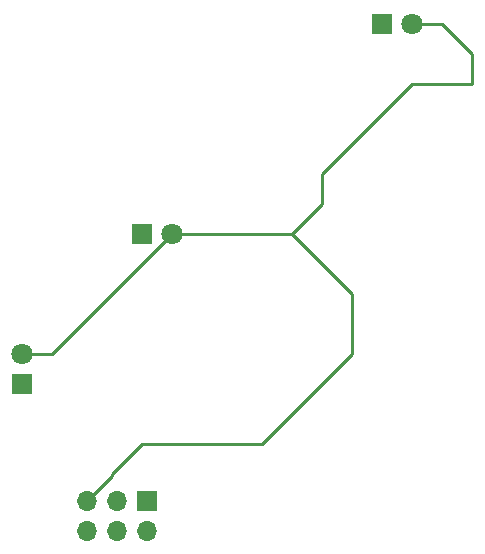
<source format=gbr>
%TF.GenerationSoftware,KiCad,Pcbnew,(6.0.9)*%
%TF.CreationDate,2023-05-26T18:18:51-07:00*%
%TF.ProjectId,DC31_Cnet_Badge_SAO,44433331-5f43-46e6-9574-5f4261646765,rev?*%
%TF.SameCoordinates,Original*%
%TF.FileFunction,Copper,L1,Top*%
%TF.FilePolarity,Positive*%
%FSLAX46Y46*%
G04 Gerber Fmt 4.6, Leading zero omitted, Abs format (unit mm)*
G04 Created by KiCad (PCBNEW (6.0.9)) date 2023-05-26 18:18:51*
%MOMM*%
%LPD*%
G01*
G04 APERTURE LIST*
%TA.AperFunction,ComponentPad*%
%ADD10R,1.800000X1.800000*%
%TD*%
%TA.AperFunction,ComponentPad*%
%ADD11C,1.800000*%
%TD*%
%TA.AperFunction,ComponentPad*%
%ADD12R,1.700000X1.700000*%
%TD*%
%TA.AperFunction,ComponentPad*%
%ADD13O,1.700000X1.700000*%
%TD*%
%TA.AperFunction,Conductor*%
%ADD14C,0.250000*%
%TD*%
G04 APERTURE END LIST*
D10*
%TO.P,D2,1,K*%
%TO.N,GND*%
X127000000Y-121920000D03*
D11*
%TO.P,D2,2,A*%
%TO.N,+3.3V*%
X129540000Y-121920000D03*
%TD*%
D10*
%TO.P,D1,1,K*%
%TO.N,GND*%
X116840000Y-134620000D03*
D11*
%TO.P,D1,2,A*%
%TO.N,+3.3V*%
X116840000Y-132080000D03*
%TD*%
D12*
%TO.P,J1,1,Pin_1*%
%TO.N,unconnected-(J1-Pad1)*%
X127425000Y-144547500D03*
D13*
%TO.P,J1,2,Pin_2*%
%TO.N,unconnected-(J1-Pad2)*%
X127425000Y-147087500D03*
%TO.P,J1,3,Pin_3*%
%TO.N,unconnected-(J1-Pad3)*%
X124885000Y-144547500D03*
%TO.P,J1,4,Pin_4*%
%TO.N,unconnected-(J1-Pad4)*%
X124885000Y-147087500D03*
%TO.P,J1,5,Pin_5*%
%TO.N,+3.3V*%
X122345000Y-144547500D03*
%TO.P,J1,6,Pin_6*%
%TO.N,GND*%
X122345000Y-147087500D03*
%TD*%
D10*
%TO.P,D3,1,K*%
%TO.N,GND*%
X147320000Y-104140000D03*
D11*
%TO.P,D3,2,A*%
%TO.N,+3.3V*%
X149860000Y-104140000D03*
%TD*%
D14*
%TO.N,+3.3V*%
X152400000Y-104140000D02*
X154940000Y-106680000D01*
X122345000Y-144547500D02*
X124460000Y-142432500D01*
X139700000Y-121920000D02*
X129540000Y-121920000D01*
X149860000Y-104140000D02*
X152400000Y-104140000D01*
X154940000Y-106680000D02*
X154940000Y-109220000D01*
X116840000Y-132080000D02*
X119380000Y-132080000D01*
X137160000Y-139700000D02*
X144780000Y-132080000D01*
X142240000Y-119380000D02*
X139700000Y-121920000D01*
X119380000Y-132080000D02*
X129540000Y-121920000D01*
X149860000Y-109220000D02*
X142240000Y-116840000D01*
X154940000Y-109220000D02*
X149860000Y-109220000D01*
X124460000Y-142240000D02*
X127000000Y-139700000D01*
X124460000Y-142432500D02*
X124460000Y-142240000D01*
X142240000Y-116840000D02*
X142240000Y-119380000D01*
X144780000Y-132080000D02*
X144780000Y-127000000D01*
X144780000Y-127000000D02*
X139700000Y-121920000D01*
X127000000Y-139700000D02*
X137160000Y-139700000D01*
%TD*%
M02*

</source>
